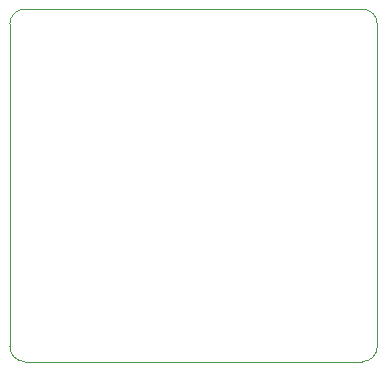
<source format=gbr>
%TF.GenerationSoftware,KiCad,Pcbnew,6.0.7-f9a2dced07~116~ubuntu20.04.1*%
%TF.CreationDate,2022-09-17T15:12:38-07:00*%
%TF.ProjectId,MAG_encoder_adapter,4d41475f-656e-4636-9f64-65725f616461,rev?*%
%TF.SameCoordinates,Original*%
%TF.FileFunction,Profile,NP*%
%FSLAX46Y46*%
G04 Gerber Fmt 4.6, Leading zero omitted, Abs format (unit mm)*
G04 Created by KiCad (PCBNEW 6.0.7-f9a2dced07~116~ubuntu20.04.1) date 2022-09-17 15:12:38*
%MOMM*%
%LPD*%
G01*
G04 APERTURE LIST*
%TA.AperFunction,Profile*%
%ADD10C,0.100000*%
%TD*%
G04 APERTURE END LIST*
D10*
X154940000Y-100965000D02*
X154940000Y-128270000D01*
X186055000Y-100965000D02*
G75*
G03*
X184785000Y-99695000I-1270000J0D01*
G01*
X186055000Y-128270000D02*
X186055000Y-100965000D01*
X184785000Y-99695000D02*
X156210000Y-99695000D01*
X184785000Y-129540000D02*
G75*
G03*
X186055000Y-128270000I0J1270000D01*
G01*
X154940000Y-128270000D02*
G75*
G03*
X156210000Y-129540000I1270000J0D01*
G01*
X156210000Y-129540000D02*
X184785000Y-129540000D01*
X156210000Y-99695000D02*
G75*
G03*
X154940000Y-100965000I0J-1270000D01*
G01*
M02*

</source>
